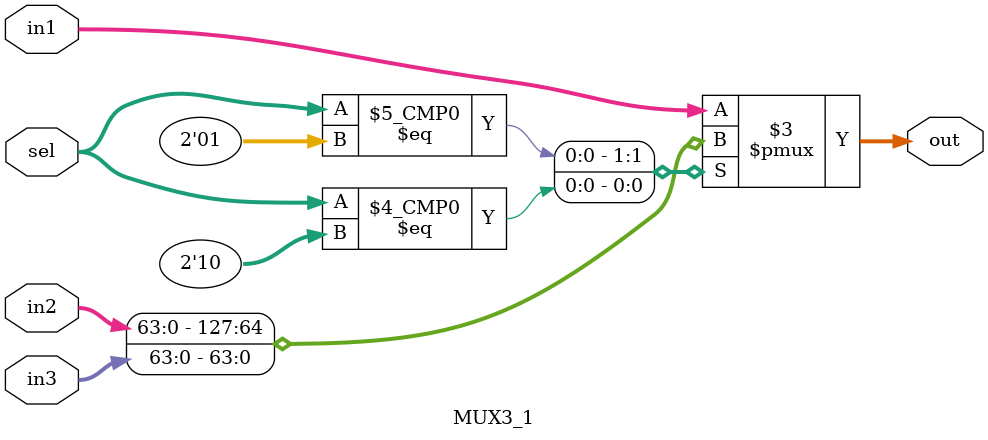
<source format=v>
module MUX3_1 (
    in1,
    in2,
    in3,
    sel,
    out
);
input [63:0]in1,in2,in3;
input [1:0]sel;
output reg[63:0]out;
always @(*) begin
    case(sel)
        2'b01:out=in2;
        2'b10:out=in3;
        default:out=in1;
    endcase
end
endmodule
</source>
